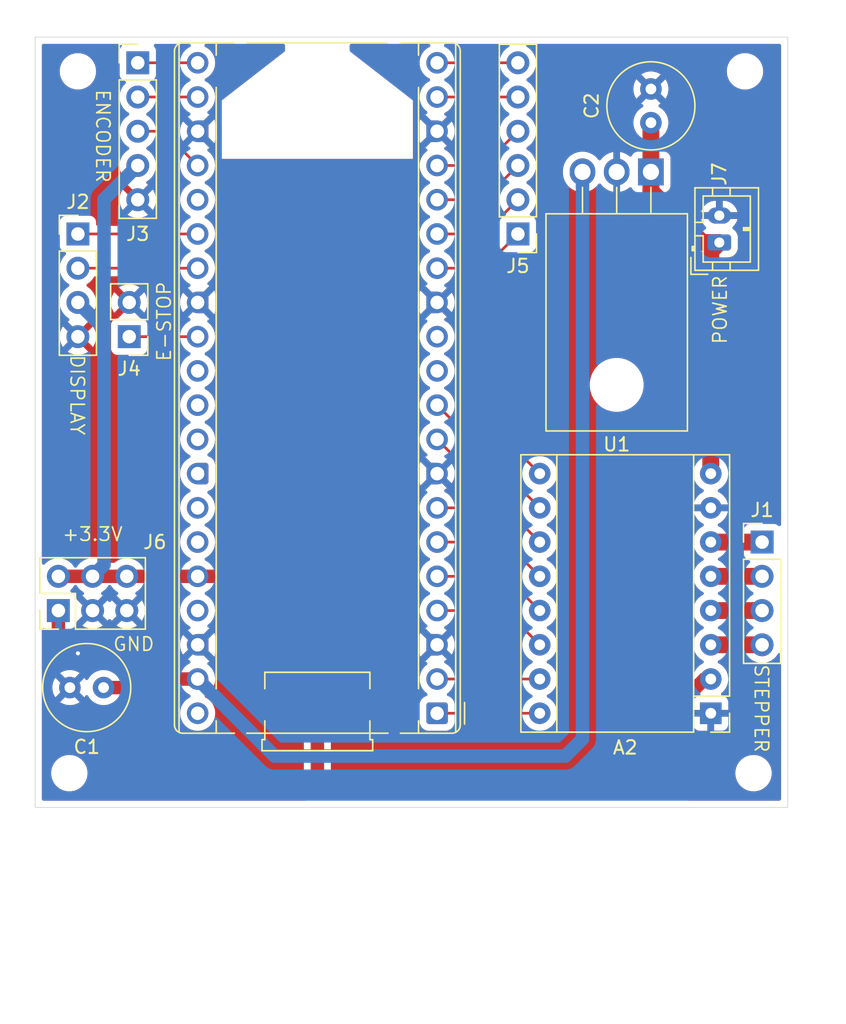
<source format=kicad_pcb>
(kicad_pcb (version 20241229) (generator "pcbnew") (generator_version "9.0")
  (layers (0 "F.Cu" signal) (2 "B.Cu" signal) (13 "F.Paste" user) (15 "B.Paste" user) (5 "F.SilkS" user "F.Silkscreen") (7 "B.SilkS" user "B.Silkscreen") (1 "F.Mask" user) (3 "B.Mask" user) (25 "Edge.Cuts" user))
  (net 0 "")
  (net 1 "Net-(A1-GPIO17)")
  (net 2 "GND")
  (net 3 "Net-(A1-GPIO12)")
  (net 4 "Net-(A1-GPIO15)")
  (net 5 "Net-(A1-GPIO20)")
  (net 9 "VDD")
  (net 12 "Net-(A1-GPIO22)")
  (net 14 "Net-(A1-GPIO10)")
  (net 16 "Net-(A1-GPIO16)")
  (net 17 "VCC")
  (net 18 "Net-(A1-GPIO21)")
  (net 19 "Net-(A1-GPIO14)")
  (net 20 "Net-(A1-GPIO13)")
  (net 23 "Net-(A1-GPIO18)")
  (net 24 "Net-(A1-GPIO11)")
  (net 25 "Net-(A2-2A)")
  (net 26 "Net-(A2-1A)")
  (net 27 "Net-(A2-2B)")
  (net 28 "Net-(A2-1B)")
  (net 29 "VDDA")
  (net 30 "/MS1")
  (net 31 "/ENABLE")
  (net 32 "/DIR")
  (net 34 "/RESET")
  (net 35 "/STEP")
  (net 37 "/MS2")
  (net 38 "/MS3")
  (net 39 "/SLEEP")
  (footprint "MountingHole:MountingHole_2.2mm_M2" (layer "F.Cu") (at 102.87 41.275)
    (property "Reference" "H1" (hide yes))
    (property "Value" "MountingHole")
    (pad "" np_thru_hole circle (at 0 0) (size 2.2 2.2) (drill 2.2) (layers "*.Cu" "*.Mask"))
  )
  (footprint "MountingHole:MountingHole_2.2mm_M2" (layer "F.Cu") (at 102.235 93.345)
    (property "Reference" "H3" (hide yes))
    (property "Value" "MountingHole")
    (pad "" np_thru_hole circle (at 0 0) (size 2.2 2.2) (drill 2.2) (layers "*.Cu" "*.Mask"))
  )
  (footprint "Connector_PinHeader_2.54mm:PinHeader_1x04_P2.54mm_Vertical" (layer "F.Cu") (at 102.87 53.34)
    (property "Reference" "J2" (at 0 -2.38 0) (layer "F.SilkS"))
    (property "Value" "Display")
    (fp_line (start -1.38 -1.38) (end 0 -1.38) (stroke (width 0.12)) (layer "F.SilkS"))
    (fp_line (start -1.38 0) (end -1.38 -1.38) (stroke (width 0.12)) (layer "F.SilkS"))
    (fp_line (start -1.38 1.27) (end -1.38 9) (stroke (width 0.12)) (layer "F.SilkS"))
    (fp_line (start -1.38 1.27) (end 1.38 1.27) (stroke (width 0.12)) (layer "F.SilkS"))
    (fp_line (start -1.38 9) (end 1.38 9) (stroke (width 0.12)) (layer "F.SilkS"))
    (fp_line (start 1.38 1.27) (end 1.38 9) (stroke (width 0.12)) (layer "F.SilkS"))
    (pad "1" thru_hole rect (at 0 0) (size 1.7 1.7) (drill 1) (layers "*.Cu" "*.Mask") (net 5 "Net-(A1-GPIO20)"))
    (pad "2" thru_hole circle (at 0 2.54) (size 1.7 1.7) (drill 1) (layers "*.Cu" "*.Mask") (net 18 "Net-(A1-GPIO21)"))
    (pad "3" thru_hole circle (at 0 5.08) (size 1.7 1.7) (drill 1) (layers "*.Cu" "*.Mask") (net 9 "VDD"))
    (pad "4" thru_hole circle (at 0 7.62) (size 1.7 1.7) (drill 1) (layers "*.Cu" "*.Mask") (net 2 "GND"))
  )
  (footprint "Capacitor_THT:C_Radial_D6.3mm_H7.0mm_P2.50mm" (layer "F.Cu") (at 104.775 86.995 180)
    (property "Reference" "C1" (at 1.25 -4.4 0) (layer "F.SilkS"))
    (property "Value" ".1uF")
    (fp_circle (center 1.25 0) (end 4.52 0) (stroke (width 0.12)) (fill no) (layer "F.SilkS"))
    (pad "1" thru_hole circle (at 0 0 180) (size 1.6 1.6) (drill 0.8) (layers "*.Cu" "*.Mask") (net 17 "VCC"))
    (pad "2" thru_hole circle (at 2.5 0 180) (size 1.6 1.6) (drill 0.8) (layers "*.Cu" "*.Mask") (net 2 "GND"))
  )
  (footprint "Connector_PinHeader_2.54mm:PinHeader_1x05_P2.54mm_Vertical" (layer "F.Cu") (at 107.315 40.64)
    (property "Reference" "J3" (at 0 12.7 0) (layer "F.SilkS"))
    (property "Value" "Encoder")
    (fp_line (start -1.38 -1.38) (end 0 -1.38) (stroke (width 0.12)) (layer "F.SilkS"))
    (fp_line (start -1.38 0) (end -1.38 -1.38) (stroke (width 0.12)) (layer "F.SilkS"))
    (fp_line (start -1.38 1.27) (end -1.38 11.54) (stroke (width 0.12)) (layer "F.SilkS"))
    (fp_line (start -1.38 1.27) (end 1.38 1.27) (stroke (width 0.12)) (layer "F.SilkS"))
    (fp_line (start -1.38 11.54) (end 1.38 11.54) (stroke (width 0.12)) (layer "F.SilkS"))
    (fp_line (start 1.38 1.27) (end 1.38 11.54) (stroke (width 0.12)) (layer "F.SilkS"))
    (pad "1" thru_hole rect (at 0 0) (size 1.7 1.7) (drill 1) (layers "*.Cu" "*.Mask") (net 16 "Net-(A1-GPIO16)"))
    (pad "2" thru_hole circle (at 0 2.54) (size 1.7 1.7) (drill 1) (layers "*.Cu" "*.Mask") (net 1 "Net-(A1-GPIO17)"))
    (pad "3" thru_hole circle (at 0 5.08) (size 1.7 1.7) (drill 1) (layers "*.Cu" "*.Mask") (net 23 "Net-(A1-GPIO18)"))
    (pad "4" thru_hole circle (at 0 7.62) (size 1.7 1.7) (drill 1) (layers "*.Cu" "*.Mask") (net 9 "VDD"))
    (pad "5" thru_hole circle (at 0 10.16) (size 1.7 1.7) (drill 1) (layers "*.Cu" "*.Mask") (net 2 "GND"))
  )
  (footprint "MountingHole:MountingHole_2.2mm_M2" (layer "F.Cu") (at 153.035 93.345)
    (property "Reference" "H4" (hide yes))
    (property "Value" "MountingHole")
    (pad "" np_thru_hole circle (at 0 0) (size 2.2 2.2) (drill 2.2) (layers "*.Cu" "*.Mask"))
  )
  (footprint "MountingHole:MountingHole_2.2mm_M2" (layer "F.Cu") (at 152.4 41.275)
    (property "Reference" "H2" (hide yes))
    (property "Value" "MountingHole")
    (pad "" np_thru_hole circle (at 0 0) (size 2.2 2.2) (drill 2.2) (layers "*.Cu" "*.Mask"))
  )
  (footprint "Module:RaspberryPi_Pico_Common_THT" (layer "F.Cu") (at 129.54 88.9 180)
    (property "Reference" "A1" (hide yes))
    (property "Value" "RaspberryPi_Pico_W")
    (fp_line (start 19.5 -0.87) (end 19.5 49.13) (stroke (width 0.12)) (layer "F.SilkS"))
    (fp_line (start 19.16 49.677) (end 19.16 -1.417) (stroke (width 0.12)) (layer "F.SilkS"))
    (fp_line (start 18.89 -1.48) (end 16.4 -1.48) (stroke (width 0.12)) (layer "F.SilkS"))
    (fp_line (start 16.4 48.82648) (end 16.4 49.74) (stroke (width 0.12)) (layer "F.SilkS"))
    (fp_line (start 16.4 1.82648) (end 16.4 46.43352) (stroke (width 0.12)) (layer "F.SilkS"))
    (fp_line (start 16.4 -1.48) (end 16.4 -0.56648) (stroke (width 0.12)) (layer "F.SilkS"))
    (fp_line (start 15.052061 49.74) (end 18.89 49.74) (stroke (width 0.12)) (layer "F.SilkS"))
    (fp_line (start 15.052061 -1.48) (end 16.4 -1.48) (stroke (width 0.12)) (layer "F.SilkS"))
    (fp_line (start 14.127939 49.74) (end 12.49 49.74) (stroke (width 0.12)) (layer "F.SilkS"))
    (fp_line (start 13.125 -1.48) (end 14.127939 -1.48) (stroke (width 0.12)) (layer "F.SilkS"))
    (fp_line (start 13 -1.96) (end 12.79 -1.96) (stroke (width 0.12)) (layer "F.SilkS"))
    (fp_line (start 13 -2.78) (end 13 -1.96) (stroke (width 0.12)) (layer "F.SilkS"))
    (fp_line (start 12.79 3.04) (end 4.99 3.04) (stroke (width 0.12)) (layer "F.SilkS"))
    (fp_line (start 12.79 1.824) (end 12.79 3.04) (stroke (width 0.12)) (layer "F.SilkS"))
    (fp_line (start 12.79 -1.96) (end 12.79 -0.564) (stroke (width 0.12)) (layer "F.SilkS"))
    (fp_line (start 12.49 49.74) (end 5.29 49.74) (stroke (width 0.12)) (layer "F.SilkS"))
    (fp_line (start 5.29 49.74) (end 3.652061 49.74) (stroke (width 0.12)) (layer "F.SilkS"))
    (fp_line (start 4.99 1.824) (end 4.99 3.04) (stroke (width 0.12)) (layer "F.SilkS"))
    (fp_line (start 4.99 -1.96) (end 4.99 -0.564) (stroke (width 0.12)) (layer "F.SilkS"))
    (fp_line (start 4.78 -1.96) (end 4.99 -1.96) (stroke (width 0.12)) (layer "F.SilkS"))
    (fp_line (start 4.78 -2.78) (end 13 -2.78) (stroke (width 0.12)) (layer "F.SilkS"))
    (fp_line (start 4.78 -2.78) (end 4.78 -1.96) (stroke (width 0.12)) (layer "F.SilkS"))
    (fp_line (start 4.655 -1.48) (end 13.125 -1.48) (stroke (width 0.12)) (layer "F.SilkS"))
    (fp_line (start 3.652061 -1.48) (end 4.655 -1.48) (stroke (width 0.12)) (layer "F.SilkS"))
    (fp_line (start 1.38 48.82648) (end 1.38 49.74) (stroke (width 0.12)) (layer "F.SilkS"))
    (fp_line (start 1.38 1.82648) (end 1.38 46.43352) (stroke (width 0.12)) (layer "F.SilkS"))
    (fp_line (start 1.38 -1.48) (end 2.72794 -1.48) (stroke (width 0.12)) (layer "F.SilkS"))
    (fp_line (start 1.38 -1.48) (end 1.38 -0.56648) (stroke (width 0.12)) (layer "F.SilkS"))
    (fp_line (start -1.11 49.74) (end 2.727939 49.74) (stroke (width 0.12)) (layer "F.SilkS"))
    (fp_line (start -1.11 -1.48) (end 1.38 -1.48) (stroke (width 0.12)) (layer "F.SilkS"))
    (fp_line (start -1.38 -1.417) (end -1.38 49.677) (stroke (width 0.12)) (layer "F.SilkS"))
    (fp_line (start -1.72 -0.87) (end -1.72 49.13) (stroke (width 0.12)) (layer "F.SilkS"))
    (fp_line (start -2.04 0.8) (end -2.04 -0.8) (stroke (width 0.12)) (layer "F.SilkS"))
    (fp_arc (start 19.5 49.13) (mid 19.321335 49.561335) (end 18.89 49.74) (stroke (width 0.12)) (layer "F.SilkS"))
    (fp_arc (start 18.89 -1.48) (mid 19.321335 -1.301335) (end 19.5 -0.87) (stroke (width 0.12)) (layer "F.SilkS"))
    (fp_arc (start -1.11 49.74) (mid -1.541364 49.561364) (end -1.72 49.13) (stroke (width 0.12)) (layer "F.SilkS"))
    (fp_arc (start -1.72 -0.87) (mid -1.541335 -1.301335) (end -1.11 -1.48) (stroke (width 0.12)) (layer "F.SilkS"))
    (pad "1" thru_hole roundrect (at 0 0 180) (size 1.6 1.6) (drill 1) (layers "*.Cu" "*.Mask") (roundrect_rratio 0.125) (net 32 "/DIR"))
    (pad "2" thru_hole circle (at 0 2.54 180) (size 1.6 1.6) (drill 1) (layers "*.Cu" "*.Mask") (net 35 "/STEP"))
    (pad "3" thru_hole custom (at 0 5.08 180) (size 1.6 1.6) (drill 1) (layers "*.Cu" "*.Mask") (net 2 "GND") (options (clearance outline) (anchor circle)) (primitives (gr_poly (pts (xy 0.8 0.6) (xy 0.8 -0.6) (xy 0.6 -0.8) (xy 0 -0.8) (xy 0 0.8) (xy 0.6 0.8)) (width 0) (fill yes)) (gr_circle (center 0.6 0.6) (end 0.8 0.6) (width 0) (fill yes)) (gr_circle (center 0.6 -0.6) (end 0.8 -0.6) (width 0) (fill yes))))
    (pad "4" thru_hole circle (at 0 7.62 180) (size 1.6 1.6) (drill 1) (layers "*.Cu" "*.Mask") (net 39 "/SLEEP"))
    (pad "5" thru_hole circle (at 0 10.16 180) (size 1.6 1.6) (drill 1) (layers "*.Cu" "*.Mask") (net 34 "/RESET"))
    (pad "6" thru_hole circle (at 0 12.7 180) (size 1.6 1.6) (drill 1) (layers "*.Cu" "*.Mask") (net 38 "/MS3"))
    (pad "7" thru_hole circle (at 0 15.24 180) (size 1.6 1.6) (drill 1) (layers "*.Cu" "*.Mask") (net 37 "/MS2"))
    (pad "8" thru_hole custom (at 0 17.78 180) (size 1.6 1.6) (drill 1) (layers "*.Cu" "*.Mask") (net 2 "GND") (options (clearance outline) (anchor circle)) (primitives (gr_poly (pts (xy 0.8 0.6) (xy 0.8 -0.6) (xy 0.6 -0.8) (xy 0 -0.8) (xy 0 0.8) (xy 0.6 0.8)) (width 0) (fill yes)) (gr_circle (center 0.6 0.6) (end 0.8 0.6) (width 0) (fill yes)) (gr_circle (center 0.6 -0.6) (end 0.8 -0.6) (width 0) (fill yes))))
    (pad "9" thru_hole circle (at 0 20.32 180) (size 1.6 1.6) (drill 1) (layers "*.Cu" "*.Mask") (net 30 "/MS1"))
    (pad "10" thru_hole circle (at 0 22.86 180) (size 1.6 1.6) (drill 1) (layers "*.Cu" "*.Mask") (net 31 "/ENABLE"))
    (pad "11" thru_hole circle (at 0 25.4 180) (size 1.6 1.6) (drill 1) (layers "*.Cu" "*.Mask"))
    (pad "12" thru_hole circle (at 0 27.94 180) (size 1.6 1.6) (drill 1) (layers "*.Cu" "*.Mask"))
    (pad "13" thru_hole custom (at 0 30.48 180) (size 1.6 1.6) (drill 1) (layers "*.Cu" "*.Mask") (net 2 "GND") (options (clearance outline) (anchor circle)) (primitives (gr_poly (pts (xy 0.8 0.6) (xy 0.8 -0.6) (xy 0.6 -0.8) (xy 0 -0.8) (xy 0 0.8) (xy 0.6 0.8)) (width 0) (fill yes)) (gr_circle (center 0.6 0.6) (end 0.8 0.6) (width 0) (fill yes)) (gr_circle (center 0.6 -0.6) (end 0.8 -0.6) (width 0) (fill yes))))
    (pad "14" thru_hole circle (at 0 33.02 180) (size 1.6 1.6) (drill 1) (layers "*.Cu" "*.Mask") (net 14 "Net-(A1-GPIO10)"))
    (pad "15" thru_hole circle (at 0 35.56 180) (size 1.6 1.6) (drill 1) (layers "*.Cu" "*.Mask") (net 24 "Net-(A1-GPIO11)"))
    (pad "16" thru_hole circle (at 0 38.1 180) (size 1.6 1.6) (drill 1) (layers "*.Cu" "*.Mask") (net 3 "Net-(A1-GPIO12)"))
    (pad "17" thru_hole circle (at 0 40.64 180) (size 1.6 1.6) (drill 1) (layers "*.Cu" "*.Mask") (net 20 "Net-(A1-GPIO13)"))
    (pad "18" thru_hole custom (at 0 43.18 180) (size 1.6 1.6) (drill 1) (layers "*.Cu" "*.Mask") (net 2 "GND") (options (clearance outline) (anchor circle)) (primitives (gr_poly (pts (xy 0.8 0.6) (xy 0.8 -0.6) (xy 0.6 -0.8) (xy 0 -0.8) (xy 0 0.8) (xy 0.6 0.8)) (width 0) (fill yes)) (gr_circle (center 0.6 0.6) (end 0.8 0.6) (width 0) (fill yes)) (gr_circle (center 0.6 -0.6) (end 0.8 -0.6) (width 0) (fill yes))))
    (pad "19" thru_hole circle (at 0 45.72 180) (size 1.6 1.6) (drill 1) (layers "*.Cu" "*.Mask") (net 19 "Net-(A1-GPIO14)"))
    (pad "20" thru_hole circle (at 0 48.26 180) (size 1.6 1.6) (drill 1) (layers "*.Cu" "*.Mask") (net 4 "Net-(A1-GPIO15)"))
    (pad "21" thru_hole circle (at 17.78 48.26 180) (size 1.6 1.6) (drill 1) (layers "*.Cu" "*.Mask") (net 16 "Net-(A1-GPIO16)"))
    (pad "22" thru_hole circle (at 17.78 45.72 180) (size 1.6 1.6) (drill 1) (layers "*.Cu" "*.Mask") (net 1 "Net-(A1-GPIO17)"))
    (pad "23" thru_hole custom (at 17.78 43.18 180) (size 1.6 1.6) (drill 1) (layers "*.Cu" "*.Mask") (net 2 "GND") (options (clearance outline) (anchor circle)) (primitives (gr_poly (pts (xy -0.8 0.6) (xy -0.8 -0.6) (xy -0.6 -0.8) (xy 0 -0.8) (xy 0 0.8) (xy -0.6 0.8)) (width 0) (fill yes)) (gr_circle (center -0.6 0.6) (end -0.4 0.6) (width 0) (fill yes)) (gr_circle (center -0.6 -0.6) (end -0.4 -0.6) (width 0) (fill yes))))
    (pad "24" thru_hole circle (at 17.78 40.64 180) (size 1.6 1.6) (drill 1) (layers "*.Cu" "*.Mask") (net 23 "Net-(A1-GPIO18)"))
    (pad "25" thru_hole circle (at 17.78 38.1 180) (size 1.6 1.6) (drill 1) (layers "*.Cu" "*.Mask"))
    (pad "26" thru_hole circle (at 17.78 35.56 180) (size 1.6 1.6) (drill 1) (layers "*.Cu" "*.Mask") (net 5 "Net-(A1-GPIO20)"))
    (pad "27" thru_hole circle (at 17.78 33.02 180) (size 1.6 1.6) (drill 1) (layers "*.Cu" "*.Mask") (net 18 "Net-(A1-GPIO21)"))
    (pad "28" thru_hole custom (at 17.78 30.48 180) (size 1.6 1.6) (drill 1) (layers "*.Cu" "*.Mask") (net 2 "GND") (options (clearance outline) (anchor circle)) (primitives (gr_poly (pts (xy -0.8 0.6) (xy -0.8 -0.6) (xy -0.6 -0.8) (xy 0 -0.8) (xy 0 0.8) (xy -0.6 0.8)) (width 0) (fill yes)) (gr_circle (center -0.6 0.6) (end -0.4 0.6) (width 0) (fill yes)) (gr_circle (center -0.6 -0.6) (end -0.4 -0.6) (width 0) (fill yes))))
    (pad "29" thru_hole circle (at 17.78 27.94 180) (size 1.6 1.6) (drill 1) (layers "*.Cu" "*.Mask") (net 12 "Net-(A1-GPIO22)"))
    (pad "30" thru_hole circle (at 17.78 25.4 180) (size 1.6 1.6) (drill 1) (layers "*.Cu" "*.Mask"))
    (pad "31" thru_hole circle (at 17.78 22.86 180) (size 1.6 1.6) (drill 1) (layers "*.Cu" "*.Mask"))
    (pad "32" thru_hole circle (at 17.78 20.32 180) (size 1.6 1.6) (drill 1) (layers "*.Cu" "*.Mask"))
    (pad "33" thru_hole custom (at 17.78 17.78 180) (size 1.6 1.6) (drill 1) (layers "*.Cu" "*.Mask") (options (clearance outline) (anchor circle)) (primitives (gr_poly (pts (xy -0.8 0.6) (xy -0.8 -0.6) (xy -0.6 -0.8) (xy 0 -0.8) (xy 0 0.8) (xy -0.6 0.8)) (width 0) (fill yes)) (gr_circle (center -0.6 0.6) (end -0.4 0.6) (width 0) (fill yes)) (gr_circle (center -0.6 -0.6) (end -0.4 -0.6) (width 0) (fill yes))))
    (pad "34" thru_hole circle (at 17.78 15.24 180) (size 1.6 1.6) (drill 1) (layers "*.Cu" "*.Mask"))
    (pad "35" thru_hole circle (at 17.78 12.7 180) (size 1.6 1.6) (drill 1) (layers "*.Cu" "*.Mask"))
    (pad "36" thru_hole circle (at 17.78 10.16 180) (size 1.6 1.6) (drill 1) (layers "*.Cu" "*.Mask") (net 9 "VDD"))
    (pad "37" thru_hole circle (at 17.78 7.62 180) (size 1.6 1.6) (drill 1) (layers "*.Cu" "*.Mask"))
    (pad "38" thru_hole custom (at 17.78 5.08 180) (size 1.6 1.6) (drill 1) (layers "*.Cu" "*.Mask") (net 2 "GND") (options (clearance outline) (anchor circle)) (primitives (gr_poly (pts (xy -0.8 0.6) (xy -0.8 -0.6) (xy -0.6 -0.8) (xy 0 -0.8) (xy 0 0.8) (xy -0.6 0.8)) (width 0) (fill yes)) (gr_circle (center -0.6 0.6) (end -0.4 0.6) (width 0) (fill yes)) (gr_circle (center -0.6 -0.6) (end -0.4 -0.6) (width 0) (fill yes))))
    (pad "39" thru_hole circle (at 17.78 2.54 180) (size 1.6 1.6) (drill 1) (layers "*.Cu" "*.Mask") (net 17 "VCC"))
    (pad "40" thru_hole circle (at 17.78 0 180) (size 1.6 1.6) (drill 1) (layers "*.Cu" "*.Mask"))
    (zone (net 0) (net_name "") (layers "F.Cu" "B.Cu" "F.Paste" "B.Paste") (name "Antenna Copper Keep Out") (connect_pads (clearance 0)) (min_thickness 0.254)
      (keepout (tracks not_allowed) (vias not_allowed) (pads not_allowed) (copperpour not_allowed) (footprints allowed))
      (fill (thermal_gap 0.508) (thermal_bridge_width 0.508))
      (polygon (pts (xy 123.05 39.780105) (xy 127.75 43.430105) (xy 127.75 47.77) (xy 113.55 47.77) (xy 113.55 43.430105) (xy 118.25 39.780105) (xy 118.25 38.77) (xy 123.05 38.77)))
    )
  )
  (footprint "Module:Pololu_Breakout-16_15.2x20.3mm" (layer "F.Cu") (at 149.86 88.9 180)
    (property "Reference" "A2" (at 6.35 -2.54 0) (layer "F.SilkS"))
    (property "Value" "Pololu_Breakout_A4988")
    (fp_line (start 14.1 19.18) (end 14.1 -1.4) (stroke (width 0.12)) (layer "F.SilkS"))
    (fp_line (start 14.1 -1.4) (end 1.27 -1.4) (stroke (width 0.12)) (layer "F.SilkS"))
    (fp_line (start 11.43 -1.4) (end 11.43 19.18) (stroke (width 0.12)) (layer "F.SilkS"))
    (fp_line (start 1.27 1.27) (end 1.27 19.18) (stroke (width 0.12)) (layer "F.SilkS"))
    (fp_line (start 1.27 1.27) (end -1.4 1.27) (stroke (width 0.12)) (layer "F.SilkS"))
    (fp_line (start 1.27 -1.4) (end 1.27 1.27) (stroke (width 0.12)) (layer "F.SilkS"))
    (fp_line (start 0 -1.4) (end -1.4 -1.4) (stroke (width 0.12)) (layer "F.SilkS"))
    (fp_line (start -1.4 19.18) (end 14.1 19.18) (stroke (width 0.12)) (layer "F.SilkS"))
    (fp_line (start -1.4 1.27) (end -1.4 19.18) (stroke (width 0.12)) (layer "F.SilkS"))
    (fp_line (start -1.4 -1.4) (end -1.4 0) (stroke (width 0.12)) (layer "F.SilkS"))
    (pad "1" thru_hole rect (at 0 0 180) (size 1.6 1.6) (drill 0.8) (layers "*.Cu" "*.Mask") (net 2 "GND"))
    (pad "2" thru_hole oval (at 0 2.54 180) (size 1.6 1.6) (drill 0.8) (layers "*.Cu" "*.Mask") (net 9 "VDD"))
    (pad "3" thru_hole oval (at 0 5.08 180) (size 1.6 1.6) (drill 0.8) (layers "*.Cu" "*.Mask") (net 28 "Net-(A2-1B)"))
    (pad "4" thru_hole oval (at 0 7.62 180) (size 1.6 1.6) (drill 0.8) (layers "*.Cu" "*.Mask") (net 26 "Net-(A2-1A)"))
    (pad "5" thru_hole oval (at 0 10.16 180) (size 1.6 1.6) (drill 0.8) (layers "*.Cu" "*.Mask") (net 25 "Net-(A2-2A)"))
    (pad "6" thru_hole oval (at 0 12.7 180) (size 1.6 1.6) (drill 0.8) (layers "*.Cu" "*.Mask") (net 27 "Net-(A2-2B)"))
    (pad "7" thru_hole oval (at 0 15.24 180) (size 1.6 1.6) (drill 0.8) (layers "*.Cu" "*.Mask") (net 2 "GND"))
    (pad "8" thru_hole oval (at 0 17.78 180) (size 1.6 1.6) (drill 0.8) (layers "*.Cu" "*.Mask") (net 29 "VDDA"))
    (pad "9" thru_hole oval (at 12.7 17.78 180) (size 1.6 1.6) (drill 0.8) (layers "*.Cu" "*.Mask") (net 31 "/ENABLE"))
    (pad "10" thru_hole oval (at 12.7 15.24 180) (size 1.6 1.6) (drill 0.8) (layers "*.Cu" "*.Mask") (net 30 "/MS1"))
    (pad "11" thru_hole oval (at 12.7 12.7 180) (size 1.6 1.6) (drill 0.8) (layers "*.Cu" "*.Mask") (net 37 "/MS2"))
    (pad "12" thru_hole oval (at 12.7 10.16 180) (size 1.6 1.6) (drill 0.8) (layers "*.Cu" "*.Mask") (net 38 "/MS3"))
    (pad "13" thru_hole oval (at 12.7 7.62 180) (size 1.6 1.6) (drill 0.8) (layers "*.Cu" "*.Mask") (net 34 "/RESET"))
    (pad "14" thru_hole oval (at 12.7 5.08 180) (size 1.6 1.6) (drill 0.8) (layers "*.Cu" "*.Mask") (net 39 "/SLEEP"))
    (pad "15" thru_hole oval (at 12.7 2.54 180) (size 1.6 1.6) (drill 0.8) (layers "*.Cu" "*.Mask") (net 35 "/STEP"))
    (pad "16" thru_hole oval (at 12.7 0 180) (size 1.6 1.6) (drill 0.8) (layers "*.Cu" "*.Mask") (net 32 "/DIR"))
  )
  (footprint "Connector_PinHeader_2.54mm:PinHeader_1x04_P2.54mm_Vertical" (layer "F.Cu") (at 153.67 76.2)
    (property "Reference" "J1" (at 0 -2.38 0) (layer "F.SilkS"))
    (property "Value" "Conn_01x04_Pin")
    (fp_line (start -1.38 -1.38) (end 0 -1.38) (stroke (width 0.12)) (layer "F.SilkS"))
    (fp_line (start -1.38 0) (end -1.38 -1.38) (stroke (width 0.12)) (layer "F.SilkS"))
    (fp_line (start -1.38 1.27) (end -1.38 9) (stroke (width 0.12)) (layer "F.SilkS"))
    (fp_line (start -1.38 1.27) (end 1.38 1.27) (stroke (width 0.12)) (layer "F.SilkS"))
    (fp_line (start -1.38 9) (end 1.38 9) (stroke (width 0.12)) (layer "F.SilkS"))
    (fp_line (start 1.38 1.27) (end 1.38 9) (stroke (width 0.12)) (layer "F.SilkS"))
    (pad "1" thru_hole rect (at 0 0) (size 1.7 1.7) (drill 1) (layers "*.Cu" "*.Mask") (net 27 "Net-(A2-2B)"))
    (pad "2" thru_hole circle (at 0 2.54) (size 1.7 1.7) (drill 1) (layers "*.Cu" "*.Mask") (net 25 "Net-(A2-2A)"))
    (pad "3" thru_hole circle (at 0 5.08) (size 1.7 1.7) (drill 1) (layers "*.Cu" "*.Mask") (net 26 "Net-(A2-1A)"))
    (pad "4" thru_hole circle (at 0 7.62) (size 1.7 1.7) (drill 1) (layers "*.Cu" "*.Mask") (net 28 "Net-(A2-1B)"))
  )
  (footprint "Package_TO_SOT_THT:TO-220F-3_Horizontal_TabDown" (layer "F.Cu") (at 145.415 48.735 180)
    (property "Reference" "U1" (at 2.54 -20.22 0) (layer "F.SilkS"))
    (property "Value" "L7805")
    (fp_line (start 7.79 -19.22) (end 7.79 -3.11) (stroke (width 0.12)) (layer "F.SilkS"))
    (fp_line (start 5.08 -3.11) (end 5.08 -1.15) (stroke (width 0.12)) (layer "F.SilkS"))
    (fp_line (start 2.54 -3.11) (end 2.54 -1.15) (stroke (width 0.12)) (layer "F.SilkS"))
    (fp_line (start 0 -3.11) (end 0 -1.15) (stroke (width 0.12)) (layer "F.SilkS"))
    (fp_line (start -2.71 -3.11) (end 7.79 -3.11) (stroke (width 0.12)) (layer "F.SilkS"))
    (fp_line (start -2.71 -19.22) (end 7.79 -19.22) (stroke (width 0.12)) (layer "F.SilkS"))
    (fp_line (start -2.71 -19.22) (end -2.71 -3.11) (stroke (width 0.12)) (layer "F.SilkS"))
    (pad "" np_thru_hole circle (at 2.54 -15.8 180) (size 3.5 3.5) (drill 3.5) (layers "*.Cu" "*.Mask"))
    (pad "1" thru_hole rect (at 0 0 180) (size 1.905 2) (drill 1.2) (layers "*.Cu" "*.Mask") (net 29 "VDDA"))
    (pad "2" thru_hole oval (at 2.54 0 180) (size 1.905 2) (drill 1.2) (layers "*.Cu" "*.Mask") (net 2 "GND"))
    (pad "3" thru_hole oval (at 5.08 0 180) (size 1.905 2) (drill 1.2) (layers "*.Cu" "*.Mask") (net 17 "VCC"))
  )
  (footprint "Capacitor_THT:C_Radial_D6.3mm_H7.0mm_P2.50mm" (layer "F.Cu") (at 145.415 45.085 90)
    (property "Reference" "C2" (at 1.25 -4.4 90) (layer "F.SilkS"))
    (property "Value" ".33uF")
    (fp_circle (center 1.25 0) (end 4.52 0) (stroke (width 0.12)) (fill no) (layer "F.SilkS"))
    (pad "1" thru_hole circle (at 0 0 90) (size 1.6 1.6) (drill 0.8) (layers "*.Cu" "*.Mask") (net 29 "VDDA"))
    (pad "2" thru_hole circle (at 2.5 0 90) (size 1.6 1.6) (drill 0.8) (layers "*.Cu" "*.Mask") (net 2 "GND"))
  )
  (footprint "Connector_PinHeader_2.54mm:PinHeader_2x03_P2.54mm_Vertical" (layer "F.Cu") (at 101.42 81.28 90)
    (property "Reference" "J6" (at 5.08 7.165 180) (layer "F.SilkS"))
    (property "Value" "Conn_02x03_Counter_Clockwise")
    (fp_line (start 3.92 -1.38) (end 3.92 6.46) (stroke (width 0.12)) (layer "F.SilkS"))
    (fp_line (start 1.27 -1.38) (end 3.92 -1.38) (stroke (width 0.12)) (layer "F.SilkS"))
    (fp_line (start -1.38 -1.38) (end 0 -1.38) (stroke (width 0.12)) (layer "F.SilkS"))
    (fp_line (start -1.38 0) (end -1.38 -1.38) (stroke (width 0.12)) (layer "F.SilkS"))
    (fp_line (start 1.27 1.27) (end 1.27 -1.38) (stroke (width 0.12)) (layer "F.SilkS"))
    (fp_line (start -1.38 1.27) (end 1.27 1.27) (stroke (width 0.12)) (layer "F.SilkS"))
    (fp_line (start -1.38 1.27) (end -1.38 6.46) (stroke (width 0.12)) (layer "F.SilkS"))
    (fp_line (start -1.38 6.46) (end 3.92 6.46) (stroke (width 0.12)) (layer "F.SilkS"))
    (pad "1" thru_hole rect (at 0 0 90) (size 1.7 1.7) (drill 1) (layers "*.Cu" "*.Mask") (net 2 "GND"))
    (pad "2" thru_hole circle (at 2.54 0 90) (size 1.7 1.7) (drill 1) (layers "*.Cu" "*.Mask") (net 9 "VDD"))
    (pad "3" thru_hole circle (at 0 2.54 90) (size 1.7 1.7) (drill 1) (layers "*.Cu" "*.Mask") (net 2 "GND"))
    (pad "4" thru_hole circle (at 2.54 2.54 90) (size 1.7 1.7) (drill 1) (layers "*.Cu" "*.Mask") (net 9 "VDD"))
    (pad "5" thru_hole circle (at 0 5.08 90) (size 1.7 1.7) (drill 1) (layers "*.Cu" "*.Mask") (net 2 "GND"))
    (pad "6" thru_hole circle (at 2.54 5.08 90) (size 1.7 1.7) (drill 1) (layers "*.Cu" "*.Mask") (net 9 "VDD"))
  )
  (footprint "Connector_JST:JST_PH_B2B-PH-K_1x02_P2.00mm_Vertical" (layer "F.Cu") (at 150.495 53.975 90)
    (property "Reference" "J7" (at 5.08 0 90) (layer "F.SilkS"))
    (property "Value" "Conn_01x02")
    (fp_line (start -1.11 -2.11) (end -2.36 -2.11) (stroke (width 0.12)) (layer "F.SilkS"))
    (fp_line (start -2.36 -2.11) (end -2.36 -0.86) (stroke (width 0.12)) (layer "F.SilkS"))
    (fp_line (start -0.3 -2.01) (end -0.6 -2.01) (stroke (width 0.12)) (layer "F.SilkS"))
    (fp_line (start -0.6 -2.01) (end -0.6 -1.81) (stroke (width 0.12)) (layer "F.SilkS"))
    (fp_line (start -0.3 -1.91) (end -0.6 -1.91) (stroke (width 0.12)) (layer "F.SilkS"))
    (fp_line (start 4.06 -1.81) (end -2.06 -1.81) (stroke (width 0.12)) (layer "F.SilkS"))
    (fp_line (start 0.5 -1.81) (end 0.5 -1.2) (stroke (width 0.12)) (layer "F.SilkS"))
    (fp_line (start -0.3 -1.81) (end -0.3 -2.01) (stroke (width 0.12)) (layer "F.SilkS"))
    (fp_line (start -2.06 -1.81) (end -2.06 2.91) (stroke (width 0.12)) (layer "F.SilkS"))
    (fp_line (start 3.45 -1.2) (end 1.5 -1.2) (stroke (width 0.12)) (layer "F.SilkS"))
    (fp_line (start 1.5 -1.2) (end 1.5 -1.81) (stroke (width 0.12)) (layer "F.SilkS"))
    (fp_line (start 0.5 -1.2) (end -1.45 -1.2) (stroke (width 0.12)) (layer "F.SilkS"))
    (fp_line (start -1.45 -1.2) (end -1.45 2.3) (stroke (width 0.12)) (layer "F.SilkS"))
    (fp_line (start 4.06 -0.5) (end 3.45 -0.5) (stroke (width 0.12)) (layer "F.SilkS"))
    (fp_line (start -2.06 -0.5) (end -1.45 -0.5) (stroke (width 0.12)) (layer "F.SilkS"))
    (fp_line (start 4.06 0.8) (end 3.45 0.8) (stroke (width 0.12)) (layer "F.SilkS"))
    (fp_line (start -2.06 0.8) (end -1.45 0.8) (stroke (width 0.12)) (layer "F.SilkS"))
    (fp_line (start 1.1 1.8) (end 1.1 2.3) (stroke (width 0.12)) (layer "F.SilkS"))
    (fp_line (start 0.9 1.8) (end 1.1 1.8) (stroke (width 0.12)) (layer "F.SilkS"))
    (fp_line (start 3.45 2.3) (end 3.45 -1.2) (stroke (width 0.12)) (layer "F.SilkS"))
    (fp_line (start 1 2.3) (end 1 1.8) (stroke (width 0.12)) (layer "F.SilkS"))
    (fp_line (start 0.9 2.3) (end 0.9 1.8) (stroke (width 0.12)) (layer "F.SilkS"))
    (fp_line (start -1.45 2.3) (end 3.45 2.3) (stroke (width 0.12)) (layer "F.SilkS"))
    (fp_line (start 4.06 2.91) (end 4.06 -1.81) (stroke (width 0.12)) (layer "F.SilkS"))
    (fp_line (start -2.06 2.91) (end 4.06 2.91) (stroke (width 0.12)) (layer "F.SilkS"))
    (pad "1" thru_hole roundrect (at 0 0 90) (size 1.2 1.75) (drill 0.75) (layers "*.Cu" "*.Mask") (roundrect_rratio 0.208333) (net 29 "VDDA"))
    (pad "2" thru_hole oval (at 2 0 90) (size 1.2 1.75) (drill 0.75) (layers "*.Cu" "*.Mask") (net 2 "GND"))
  )
  (footprint "Connector_PinHeader_2.54mm:PinHeader_1x06_P2.54mm_Vertical" (layer "F.Cu") (at 135.54 53.34 180)
    (property "Reference" "J5" (at 0 -2.38 0) (layer "F.SilkS"))
    (property "Value" "Conn_01x06_Pin")
    (fp_line (start 1.38 1.27) (end 1.38 14.08) (stroke (width 0.12)) (layer "F.SilkS"))
    (fp_line (start -1.38 14.08) (end 1.38 14.08) (stroke (width 0.12)) (layer "F.SilkS"))
    (fp_line (start -1.38 1.27) (end 1.38 1.27) (stroke (width 0.12)) (layer "F.SilkS"))
    (fp_line (start -1.38 1.27) (end -1.38 14.08) (stroke (width 0.12)) (layer "F.SilkS"))
    (fp_line (start -1.38 0) (end -1.38 -1.38) (stroke (width 0.12)) (layer "F.SilkS"))
    (fp_line (start -1.38 -1.38) (end 0 -1.38) (stroke (width 0.12)) (layer "F.SilkS"))
    (pad "1" thru_hole rect (at 0 0 180) (size 1.7 1.7) (drill 1) (layers "*.Cu" "*.Mask") (net 14 "Net-(A1-GPIO10)"))
    (pad "2" thru_hole circle (at 0 2.54 180) (size 1.7 1.7) (drill 1) (layers "*.Cu" "*.Mask") (net 24 "Net-(A1-GPIO11)"))
    (pad "3" thru_hole circle (at 0 5.08 180) (size 1.7 1.7) (drill 1) (layers "*.Cu" "*.Mask") (net 3 "Net-(A1-GPIO12)"))
    (pad "4" thru_hole circle (at 0 7.62 180) (size 1.7 1.7) (drill 1) (layers "*.Cu" "*.Mask") (net 20 "Net-(A1-GPIO13)"))
    (pad "5" thru_hole circle (at 0 10.16 180) (size 1.7 1.7) (drill 1) (layers "*.Cu" "*.Mask") (net 19 "Net-(A1-GPIO14)"))
    (pad "6" thru_hole circle (at 0 12.7 180) (size 1.7 1.7) (drill 1) (layers "*.Cu" "*.Mask") (net 4 "Net-(A1-GPIO15)"))
  )
  (footprint "Connector_PinHeader_2.54mm:PinHeader_1x02_P2.54mm_Vertical" (layer "F.Cu") (at 106.68 60.96 180)
    (property "Reference" "J4" (at 0 -2.38 0) (layer "F.SilkS"))
    (property "Value" "E-Stop")
    (fp_line (start 1.38 1.27) (end 1.38 3.92) (stroke (width 0.12)) (layer "F.SilkS"))
    (fp_line (start -1.38 3.92) (end 1.38 3.92) (stroke (width 0.12)) (layer "F.SilkS"))
    (fp_line (start -1.38 1.27) (end 1.38 1.27) (stroke (width 0.12)) (layer "F.SilkS"))
    (fp_line (start -1.38 1.27) (end -1.38 3.92) (stroke (width 0.12)) (layer "F.SilkS"))
    (fp_line (start -1.38 0) (end -1.38 -1.38) (stroke (width 0.12)) (layer "F.SilkS"))
    (fp_line (start -1.38 -1.38) (end 0 -1.38) (stroke (width 0.12)) (layer "F.SilkS"))
    (pad "1" thru_hole rect (at 0 0 180) (size 1.7 1.7) (drill 1) (layers "*.Cu" "*.Mask") (net 12 "Net-(A1-GPIO22)"))
    (pad "2" thru_hole circle (at 0 2.54 180) (size 1.7 1.7) (drill 1) (layers "*.Cu" "*.Mask") (net 2 "GND"))
  )
  (gr_rect (start 99.695 38.735) (end 155.575 95.885) (stroke (width 0.05)) (fill no) (layer "Edge.Cuts"))
  (gr_text "+3.3V" (at 101.634405 76.2 0) (layer "F.SilkS") (effects (font (size 1 1) (thickness 0.125)) (justify left bottom)))
  (gr_text "POWER" (at 151.13 61.595 90) (layer "F.SilkS") (effects (font (size 1 1) (thickness 0.125)) (justify left bottom)))
  (gr_text "DISPLAY" (at 102.235 62.23 270) (layer "F.SilkS") (effects (font (size 1 1) (thickness 0.125)) (justify left bottom)))
  (gr_text "STEPPER" (at 153.035 85.2 270) (layer "F.SilkS") (effects (font (size 1 1) (thickness 0.125)) (justify left bottom)))
  (gr_text "E-STOP" (at 109.855 62.865 90) (layer "F.SilkS") (effects (font (size 1 1) (thickness 0.125)) (justify left bottom)))
  (gr_text "GND" (at 105.41 83.185 0) (layer "F.SilkS") (effects (font (size 1 1) (thickness 0.125)) (justify left top)))
  (gr_text "ENCODER" (at 104.14 42.545 270) (layer "F.SilkS") (effects (font (size 1 1) (thickness 0.125)) (justify left bottom)))
  (segment (start 107.315 43.18) (end 111.76 43.18) (width 0.2) (layer "F.Cu") (net 1))
  (segment (start 101.42 83.005) (end 102.87 84.455) (width 1) (layer "F.Cu") (net 2))
  (segment (start 101.42 81.28) (end 101.42 83.005) (width 1) (layer "F.Cu") (net 2))
  (via (at 102.87 84.455) (size 0.6) (drill 0.3) (layers "F.Cu" "B.Cu") (net 2))
  (segment (start 133 50.8) (end 135.54 48.26) (width 0.2) (layer "F.Cu") (net 3))
  (segment (start 129.54 50.8) (end 133 50.8) (width 0.2) (layer "F.Cu") (net 3))
  (segment (start 135.54 40.64) (end 129.54 40.64) (width 0.2) (layer "F.Cu") (net 4))
  (segment (start 102.87 53.34) (end 111.76 53.34) (width 0.2) (layer "F.Cu") (net 5))
  (segment (start 116.84 78.74) (end 111.76 78.74) (width 1) (layer "F.Cu") (net 9))
  (segment (start 120.65 82.55) (end 116.84 78.74) (width 1) (layer "F.Cu") (net 9))
  (segment (start 120.65 94.615) (end 120.65 82.55) (width 1) (layer "F.Cu") (net 9))
  (segment (start 147.32 88.438) (end 147.32 94.615) (width 1) (layer "F.Cu") (net 9))
  (segment (start 147.32 94.615) (end 120.65 94.615) (width 1) (layer "F.Cu") (net 9))
  (segment (start 149.398 86.36) (end 147.32 88.438) (width 1) (layer "F.Cu") (net 9))
  (segment (start 106.5 78.74) (end 111.76 78.74) (width 1) (layer "F.Cu") (net 9))
  (segment (start 149.86 86.36) (end 149.398 86.36) (width 1) (layer "F.Cu") (net 9))
  (segment (start 101.42 78.74) (end 103.96 78.74) (width 1) (layer "F.Cu") (net 9))
  (segment (start 103.96 78.74) (end 106.5 78.74) (width 1) (layer "F.Cu") (net 9))
  (segment (start 104.81 50.765) (end 107.315 48.26) (width 1) (layer "B.Cu") (net 9))
  (segment (start 104.81 77.89) (end 104.81 60.36) (width 1) (layer "B.Cu") (net 9))
  (segment (start 104.81 60.36) (end 102.87 58.42) (width 1) (layer "B.Cu") (net 9))
  (segment (start 103.96 78.74) (end 104.81 77.89) (width 1) (layer "B.Cu") (net 9))
  (segment (start 104.81 60.36) (end 104.81 50.765) (width 1) (layer "B.Cu") (net 9))
  (segment (start 106.68 60.96) (end 111.76 60.96) (width 0.2) (layer "F.Cu") (net 12))
  (segment (start 133 55.88) (end 135.54 53.34) (width 0.2) (layer "F.Cu") (net 14))
  (segment (start 129.54 55.88) (end 133 55.88) (width 0.2) (layer "F.Cu") (net 14))
  (segment (start 107.315 40.64) (end 111.76 40.64) (width 0.2) (layer "F.Cu") (net 16))
  (segment (start 106.68 86.995) (end 107.315 86.36) (width 1) (layer "F.Cu") (net 17))
  (segment (start 104.775 86.995) (end 106.68 86.995) (width 1) (layer "F.Cu") (net 17))
  (segment (start 111.76 86.36) (end 107.315 86.36) (width 1) (layer "F.Cu") (net 17))
  (segment (start 111.76 86.36) (end 117.475 92.075) (width 1) (layer "B.Cu") (net 17))
  (segment (start 140.335 90.805) (end 140.335 48.735) (width 1) (layer "B.Cu") (net 17))
  (segment (start 117.475 92.075) (end 139.065 92.075) (width 1) (layer "B.Cu") (net 17))
  (segment (start 139.065 92.075) (end 140.335 90.805) (width 1) (layer "B.Cu") (net 17))
  (segment (start 102.87 55.88) (end 111.76 55.88) (width 0.2) (layer "F.Cu") (net 18))
  (segment (start 129.54 43.18) (end 135.54 43.18) (width 0.2) (layer "F.Cu") (net 19))
  (segment (start 129.54 48.26) (end 133 48.26) (width 0.2) (layer "F.Cu") (net 20))
  (segment (start 133 48.26) (end 135.54 45.72) (width 0.2) (layer "F.Cu") (net 20))
  (segment (start 111.76 48.26) (end 109.22 45.72) (width 0.2) (layer "F.Cu") (net 23))
  (segment (start 107.315 45.72) (end 109.22 45.72) (width 0.2) (layer "F.Cu") (net 23))
  (segment (start 129.54 53.34) (end 133 53.34) (width 0.2) (layer "F.Cu") (net 24))
  (segment (start 133 53.34) (end 135.54 50.8) (width 0.2) (layer "F.Cu") (net 24))
  (segment (start 149.86 78.74) (end 153.67 78.74) (width 1.25) (layer "F.Cu") (net 25))
  (segment (start 149.86 81.28) (end 153.67 81.28) (width 1.25) (layer "F.Cu") (net 26))
  (segment (start 149.86 76.2) (end 153.67 76.2) (width 1.25) (layer "F.Cu") (net 27))
  (segment (start 149.86 83.82) (end 153.67 83.82) (width 1.25) (layer "F.Cu") (net 28))
  (segment (start 150.495 53.975) (end 149.86 54.61) (width 1.25) (layer "F.Cu") (net 29))
  (segment (start 149.225 53.975) (end 150.495 53.975) (width 1.25) (layer "F.Cu") (net 29))
  (segment (start 145.415 50.165) (end 149.225 53.975) (width 1.25) (layer "F.Cu") (net 29))
  (segment (start 149.86 54.61) (end 149.86 71.12) (width 1.25) (layer "F.Cu") (net 29))
  (segment (start 145.415 45.085) (end 145.415 50.165) (width 1.25) (layer "F.Cu") (net 29))
  (segment (start 129.54 68.58) (end 132.08 71.12) (width 0.2) (layer "F.Cu") (net 30))
  (segment (start 134.62 71.12) (end 137.16 73.66) (width 0.2) (layer "F.Cu") (net 30))
  (segment (start 132.08 71.12) (end 134.62 71.12) (width 0.2) (layer "F.Cu") (net 30))
  (segment (start 132.08 68.58) (end 134.62 68.58) (width 0.2) (layer "F.Cu") (net 31))
  (segment (start 134.62 68.58) (end 137.16 71.12) (width 0.2) (layer "F.Cu") (net 31))
  (segment (start 132.08 68.58) (end 129.54 66.04) (width 0.2) (layer "F.Cu") (net 31))
  (segment (start 129.54 88.9) (end 137.16 88.9) (width 0.2) (layer "F.Cu") (net 32))
  (segment (start 129.54 78.74) (end 134.62 78.74) (width 0.2) (layer "F.Cu") (net 34))
  (segment (start 134.62 78.74) (end 137.16 81.28) (width 0.2) (layer "F.Cu") (net 34))
  (segment (start 129.54 86.36) (end 137.16 86.36) (width 0.2) (layer "F.Cu") (net 35))
  (segment (start 134.62 73.66) (end 137.16 76.2) (width 0.2) (layer "F.Cu") (net 37))
  (segment (start 129.54 73.66) (end 134.62 73.66) (width 0.2) (layer "F.Cu") (net 37))
  (segment (start 134.62 76.2) (end 137.16 78.74) (width 0.2) (layer "F.Cu") (net 38))
  (segment (start 129.54 76.2) (end 134.62 76.2) (width 0.2) (layer "F.Cu") (net 38))
  (segment (start 134.62 81.28) (end 137.16 83.82) (width 0.2) (layer "F.Cu") (net 39))
  (segment (start 129.54 81.28) (end 134.62 81.28) (width 0.2) (layer "F.Cu") (net 39))
  (zone (net 2) (net_name "GND") (layers "F.Cu" "B.Cu") (connect_pads (clearance 0.5)) (min_thickness 0.25) (fill yes (thermal_gap 0.5) (thermal_bridge_width 0.5))
    (polygon (pts (xy 99.695 38.735) (xy 155.575 38.735) (xy 155.575 95.885) (xy 99.695 95.885)))
  )
)
</source>
